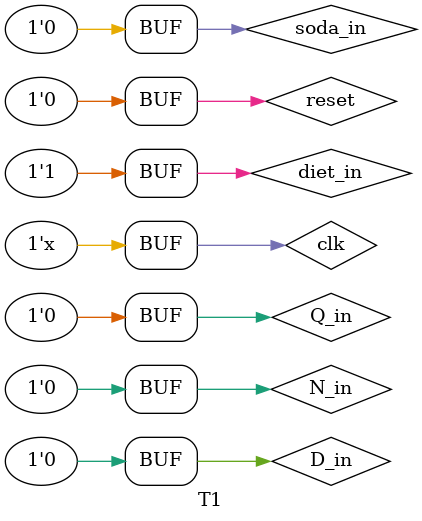
<source format=v>
`timescale 1ns / 1ps


module T1;

	// Inputs
	reg N_in;
	reg D_in;
	reg Q_in;
	reg diet_in;
	reg soda_in;
	reg clk;
	reg reset;

	// Outputs
	wire GiveDiet;
	wire GiveSoda;
	wire N_out;
	wire D_out;
	wire Q_out;

	// Instantiate the Unit Under Test (UUT)
	John_FSM uut (
		.N_in(N_in), 
		.D_in(D_in), 
		.Q_in(Q_in), 
		.diet_in(diet_in), 
		.soda_in(soda_in), 
		.GiveDiet(GiveDiet), 
		.GiveSoda(GiveSoda), 
		.clk(clk), 
		.reset(reset), 
		.N_out(N_out), 
		.D_out(D_out), 
		.Q_out(Q_out)
	);



	always begin
	clk = ~clk;
	#5;
	end




	initial begin
	

	
		// Initialize Inputs
		N_in = 0;
		D_in = 0;
		Q_in = 0;
		diet_in = 0;
		soda_in = 0;
		clk = 0;
		reset = 0;

		// Wait 100 ns for global reset to finish
		#100;
        
		// Add stimulus here
		
		// N D N D  test case
		N_in = 1;
		diet_in = 1;
		
		
		#15
		
		N_in = 0;
		
		#15
		
		D_in = 1;
		
		#15
		
		N_in = 0;
		D_in = 0;
		
		#15
		
		N_in = 1;
		
		#15
		
		N_in = 0;
		D_in = 0;
		
		#15
		
		D_in = 1;
		
		#15
		
		D_in = 0;
		
		
		#95
		
		
		// D D D test case
		D_in = 1;
		
		#15
		
		D_in = 0;
		
		#15
		
		D_in = 1;
		
		#15
		
		D_in = 0;
		
		#15
		
		D_in = 1;
		
		#15
		
		N_in = 0;
		D_in = 0;
		
		
		// Q N test case
		
		#25
		
		Q_in = 1;
		
		#15
		
		Q_in = 0;
		
		#15
		
		N_in = 1;
		
		#15
		
		N_in = 0;
		
		
		// N Q 
		
		#35
		
		N_in = 1;
		
		#15
		
		N_in = 0;
		
		#15
		
		Q_in = 1;
		
		#15
		
		Q_in = 0;
		
		
		
		
		
		
		

	end
      
endmodule


</source>
